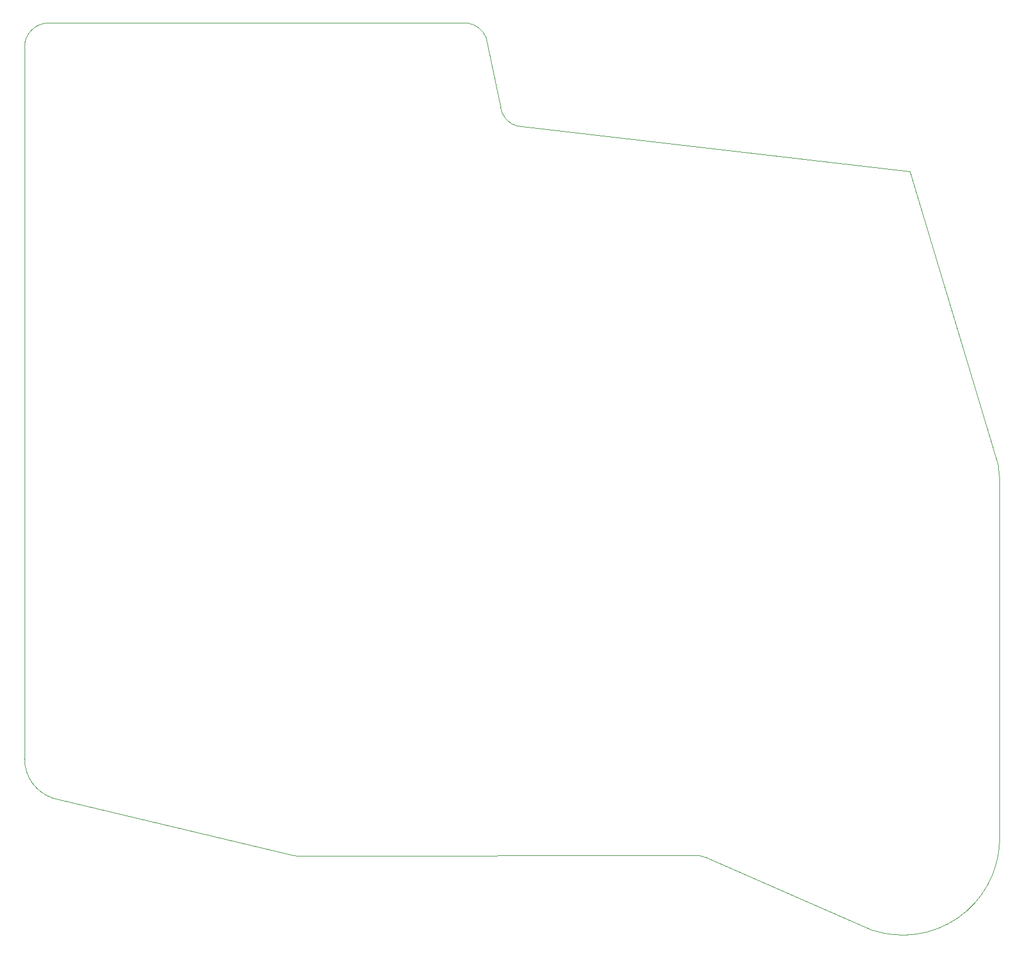
<source format=gbr>
%TF.GenerationSoftware,KiCad,Pcbnew,9.0.1*%
%TF.CreationDate,2025-08-18T00:19:21+02:00*%
%TF.ProjectId,LuMo,4c754d6f-2e6b-4696-9361-645f70636258,rev?*%
%TF.SameCoordinates,Original*%
%TF.FileFunction,Profile,NP*%
%FSLAX46Y46*%
G04 Gerber Fmt 4.6, Leading zero omitted, Abs format (unit mm)*
G04 Created by KiCad (PCBNEW 9.0.1) date 2025-08-18 00:19:21*
%MOMM*%
%LPD*%
G01*
G04 APERTURE LIST*
%TA.AperFunction,Profile*%
%ADD10C,0.050000*%
%TD*%
G04 APERTURE END LIST*
D10*
X176143433Y-83316198D02*
G75*
G02*
X177011898Y-87500000I-9643433J-4183802D01*
G01*
X75165746Y-142011018D02*
G75*
G02*
X74846441Y-141971509I334254J4011418D01*
G01*
X176143433Y-83316201D02*
X164000000Y-43000000D01*
X36000000Y-25000000D02*
G75*
G02*
X39500000Y-21500000I3500000J0D01*
G01*
X164000000Y-43000000D02*
X107193274Y-36418566D01*
X107193273Y-36418566D02*
G75*
G02*
X104813883Y-33654851I971327J3242366D01*
G01*
X134598361Y-142299291D02*
X158569992Y-152790034D01*
X177000000Y-140000000D02*
X177011898Y-87500000D01*
X39500000Y-21500000D02*
X100000000Y-21500000D01*
X75165750Y-142011018D02*
X133000000Y-141968871D01*
X36000000Y-25000000D02*
X36000000Y-128000000D01*
X74846442Y-141971508D02*
X40102635Y-133692100D01*
X177000000Y-140000000D02*
G75*
G02*
X158569989Y-152790034I-14000000J500000D01*
G01*
X102749669Y-23607289D02*
X104813884Y-33654857D01*
X40102633Y-133692100D02*
G75*
G02*
X36000000Y-128000000I1897367J5692100D01*
G01*
X133000000Y-141968871D02*
G75*
G02*
X134598361Y-142299291I0J-4031129D01*
G01*
X100000000Y-21500000D02*
G75*
G02*
X102749669Y-23607285I-500000J-3500000D01*
G01*
M02*

</source>
